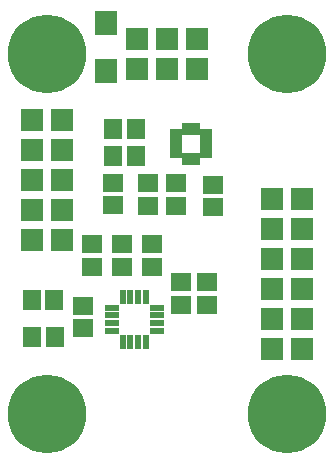
<source format=gbr>
G75*
G70*
%OFA0B0*%
%FSLAX24Y24*%
%IPPOS*%
%LPD*%
%AMOC8*
5,1,8,0,0,1.08239X$1,22.5*
%
%ADD10R,0.0420X0.0200*%
%ADD11R,0.0200X0.0420*%
%ADD12R,0.0474X0.0218*%
%ADD13R,0.0218X0.0474*%
%ADD14R,0.0671X0.0592*%
%ADD15R,0.0730X0.0730*%
%ADD16R,0.0592X0.0671*%
%ADD17C,0.2620*%
%ADD18R,0.0749X0.0789*%
D10*
X006885Y011695D03*
X006885Y011885D03*
X006885Y012085D03*
X006885Y012285D03*
X006885Y012475D03*
X007885Y012475D03*
X007885Y012285D03*
X007885Y012085D03*
X007885Y011885D03*
X007885Y011695D03*
D11*
X007585Y011585D03*
X007385Y011585D03*
X007185Y011585D03*
X007185Y012585D03*
X007385Y012585D03*
X007585Y012585D03*
D12*
X006258Y006619D03*
X006258Y006363D03*
X006258Y006107D03*
X006258Y005851D03*
X004762Y005851D03*
X004762Y006107D03*
X004762Y006363D03*
X004762Y006619D03*
D13*
X005126Y006983D03*
X005382Y006983D03*
X005638Y006983D03*
X005894Y006983D03*
X005894Y005487D03*
X005638Y005487D03*
X005382Y005487D03*
X005126Y005487D03*
D14*
X003785Y005936D03*
X003785Y006684D03*
X004110Y007986D03*
X004110Y008734D03*
X005110Y008734D03*
X005110Y007986D03*
X006110Y007986D03*
X006110Y008734D03*
X005960Y010011D03*
X005960Y010759D03*
X006910Y010759D03*
X006910Y010011D03*
X008135Y009961D03*
X008135Y010709D03*
X007935Y007459D03*
X007935Y006711D03*
X007060Y006711D03*
X007060Y007459D03*
X004810Y010036D03*
X004810Y010784D03*
D15*
X003110Y010885D03*
X003110Y011885D03*
X003110Y012885D03*
X002110Y012885D03*
X002110Y011885D03*
X002110Y010885D03*
X002110Y009885D03*
X002110Y008885D03*
X003110Y008885D03*
X003110Y009885D03*
X005610Y014585D03*
X005610Y015585D03*
X006610Y015585D03*
X006610Y014585D03*
X007610Y014585D03*
X007610Y015585D03*
X010110Y010235D03*
X010110Y009235D03*
X010110Y008235D03*
X010110Y007235D03*
X010110Y006235D03*
X010110Y005235D03*
X011110Y005235D03*
X011110Y006235D03*
X011110Y007235D03*
X011110Y008235D03*
X011110Y009235D03*
X011110Y010235D03*
D16*
X005559Y011660D03*
X005559Y012560D03*
X004811Y012560D03*
X004811Y011660D03*
X002834Y006860D03*
X002086Y006860D03*
X002111Y005635D03*
X002859Y005635D03*
D17*
X002610Y003085D03*
X010610Y003085D03*
X010610Y015085D03*
X002610Y015085D03*
D18*
X004560Y014503D03*
X004560Y016117D03*
M02*

</source>
